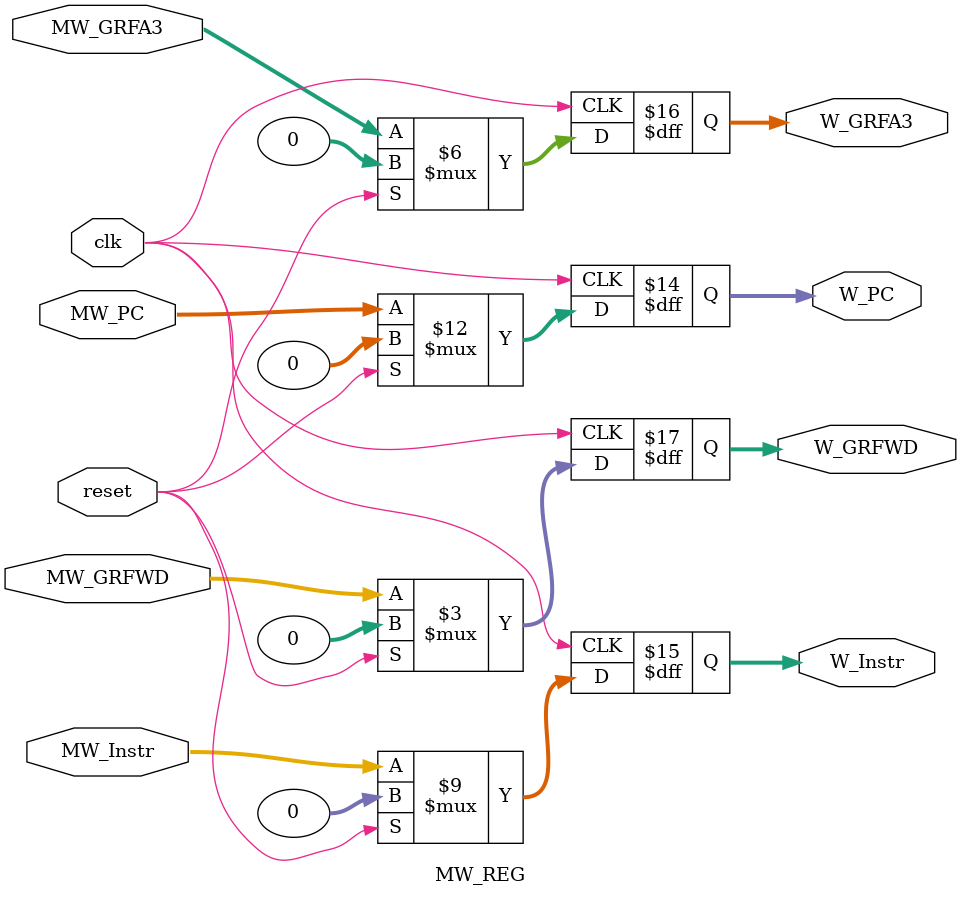
<source format=v>
`timescale 1ns / 1ps
`include "def.v"

module MW_REG(
    input clk,
    input reset,

    input [31:0] MW_PC,
    input [31:0] MW_Instr,

    input [31:0] MW_GRFA3,
    input [31:0] MW_GRFWD,

    output reg [31:0] W_PC,
    output reg [31:0] W_Instr,

    output reg [31:0] W_GRFA3,
    output reg [31:0] W_GRFWD
    );

    always @(posedge clk) begin
        if(reset) begin
            W_PC <= 32'd0;
            W_Instr <= 32'd0;
            W_GRFA3 <= 32'd0;
            W_GRFWD <= 32'd0;
        end else begin
            W_PC <= MW_PC;
            W_Instr <= MW_Instr;
            W_GRFA3 <= MW_GRFA3;
            W_GRFWD <= MW_GRFWD;
        end
    end

endmodule

</source>
